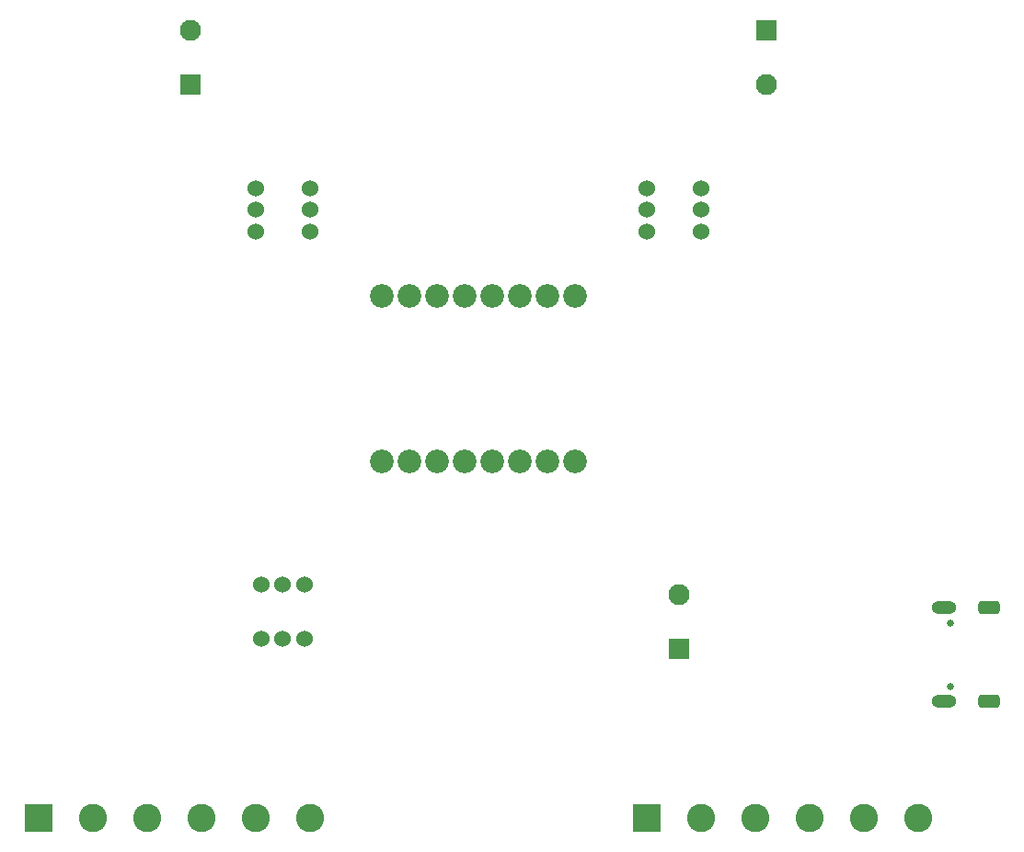
<source format=gbr>
%TF.GenerationSoftware,KiCad,Pcbnew,8.0.5*%
%TF.CreationDate,2024-11-07T23:04:13-05:00*%
%TF.ProjectId,LF02E1,4c463032-4531-42e6-9b69-6361645f7063,rev?*%
%TF.SameCoordinates,Original*%
%TF.FileFunction,Soldermask,Bot*%
%TF.FilePolarity,Negative*%
%FSLAX46Y46*%
G04 Gerber Fmt 4.6, Leading zero omitted, Abs format (unit mm)*
G04 Created by KiCad (PCBNEW 8.0.5) date 2024-11-07 23:04:13*
%MOMM*%
%LPD*%
G01*
G04 APERTURE LIST*
G04 Aperture macros list*
%AMRoundRect*
0 Rectangle with rounded corners*
0 $1 Rounding radius*
0 $2 $3 $4 $5 $6 $7 $8 $9 X,Y pos of 4 corners*
0 Add a 4 corners polygon primitive as box body*
4,1,4,$2,$3,$4,$5,$6,$7,$8,$9,$2,$3,0*
0 Add four circle primitives for the rounded corners*
1,1,$1+$1,$2,$3*
1,1,$1+$1,$4,$5*
1,1,$1+$1,$6,$7*
1,1,$1+$1,$8,$9*
0 Add four rect primitives between the rounded corners*
20,1,$1+$1,$2,$3,$4,$5,0*
20,1,$1+$1,$4,$5,$6,$7,0*
20,1,$1+$1,$6,$7,$8,$9,0*
20,1,$1+$1,$8,$9,$2,$3,0*%
G04 Aperture macros list end*
%ADD10C,1.524000*%
%ADD11R,1.950000X1.950000*%
%ADD12C,1.950000*%
%ADD13C,0.650000*%
%ADD14O,2.304000X1.204000*%
%ADD15RoundRect,0.301000X0.701000X-0.301000X0.701000X0.301000X-0.701000X0.301000X-0.701000X-0.301000X0*%
%ADD16R,2.600000X2.600000*%
%ADD17C,2.600000*%
%ADD18C,2.184000*%
G04 APERTURE END LIST*
D10*
%TO.C,U6*%
X163000000Y-82899267D03*
X163000000Y-80899267D03*
X163000000Y-78899267D03*
X168000000Y-82899267D03*
X168000000Y-80899267D03*
X168000000Y-78899267D03*
%TD*%
D11*
%TO.C,J2*%
X166000000Y-121399267D03*
D12*
X166000000Y-116399267D03*
%TD*%
D11*
%TO.C,J3*%
X121000000Y-69399267D03*
D12*
X121000000Y-64399267D03*
%TD*%
D13*
%TO.C,J5*%
X190900000Y-124789267D03*
X190900000Y-119009267D03*
D14*
X190320000Y-126219267D03*
X190320000Y-117579267D03*
D15*
X194500000Y-126219267D03*
X194500000Y-117579267D03*
%TD*%
D10*
%TO.C,U4*%
X127500000Y-115399267D03*
X129500000Y-115399267D03*
X131500000Y-115399267D03*
X127500000Y-120399267D03*
X129500000Y-120399267D03*
X131500000Y-120399267D03*
%TD*%
%TO.C,U3*%
X132000000Y-78899267D03*
X132000000Y-80899267D03*
X132000000Y-82899267D03*
X127000000Y-78899267D03*
X127000000Y-80899267D03*
X127000000Y-82899267D03*
%TD*%
D16*
%TO.C,J7*%
X163000000Y-136899267D03*
D17*
X168000000Y-136899267D03*
X173000000Y-136899267D03*
X178000000Y-136899267D03*
X183000000Y-136899267D03*
X188000000Y-136899267D03*
%TD*%
D11*
%TO.C,J4*%
X174000000Y-64399267D03*
D12*
X174000000Y-69399267D03*
%TD*%
D18*
%TO.C,U1*%
X138621404Y-104114059D03*
X141161404Y-104114059D03*
X143701404Y-104114059D03*
X146241404Y-104114059D03*
X148781404Y-104114059D03*
X151321404Y-104114059D03*
X153861404Y-104114059D03*
X156401404Y-104114059D03*
X156401404Y-88874059D03*
X153861404Y-88874059D03*
X151321404Y-88874059D03*
X148781404Y-88874059D03*
X146241404Y-88874059D03*
X143701404Y-88874059D03*
X141161404Y-88874059D03*
X138621404Y-88874059D03*
%TD*%
D16*
%TO.C,J6*%
X107025000Y-136899267D03*
D17*
X112025000Y-136899267D03*
X117025000Y-136899267D03*
X122025000Y-136899267D03*
X127025000Y-136899267D03*
X132025000Y-136899267D03*
%TD*%
M02*

</source>
